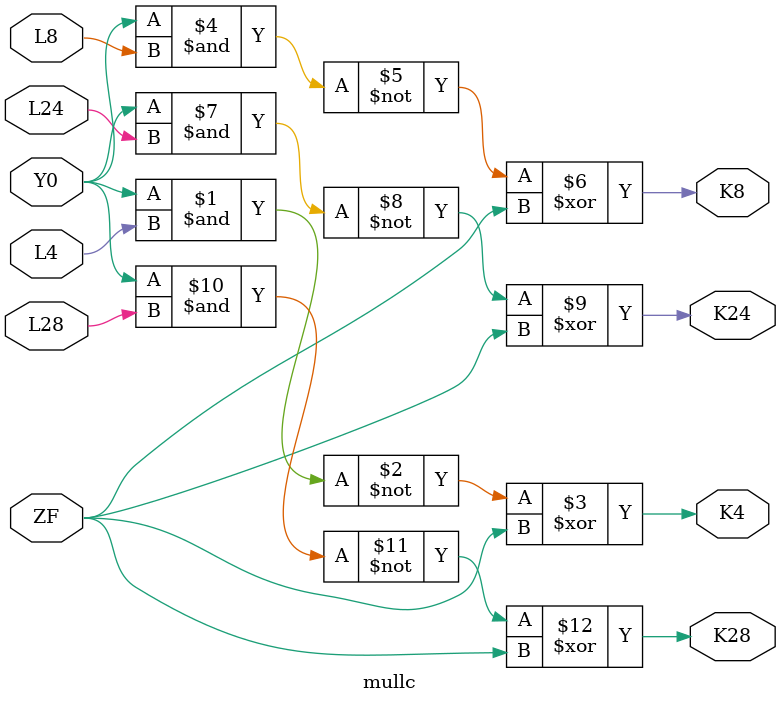
<source format=v>

module mullc (
    input wire ZF,
    input wire Y0,
    input wire L4, L8, L24, L28, 
    output wire K4, K8, K24, K28
);
    //----------------------------------------------------------------
    // Continuous Assignments
    //----------------------------------------------------------------
    assign K4  = ~(Y0 & L4) ^ ZF;  // NAND with XOR
    assign K8  = ~(Y0 & L8) ^ ZF;  // NAND with XOR
    assign K24 = ~(Y0 & L24) ^ ZF; // NAND with XOR
    assign K28 = ~(Y0 & L28) ^ ZF; // NAND with XOR

endmodule // mullc
</source>
